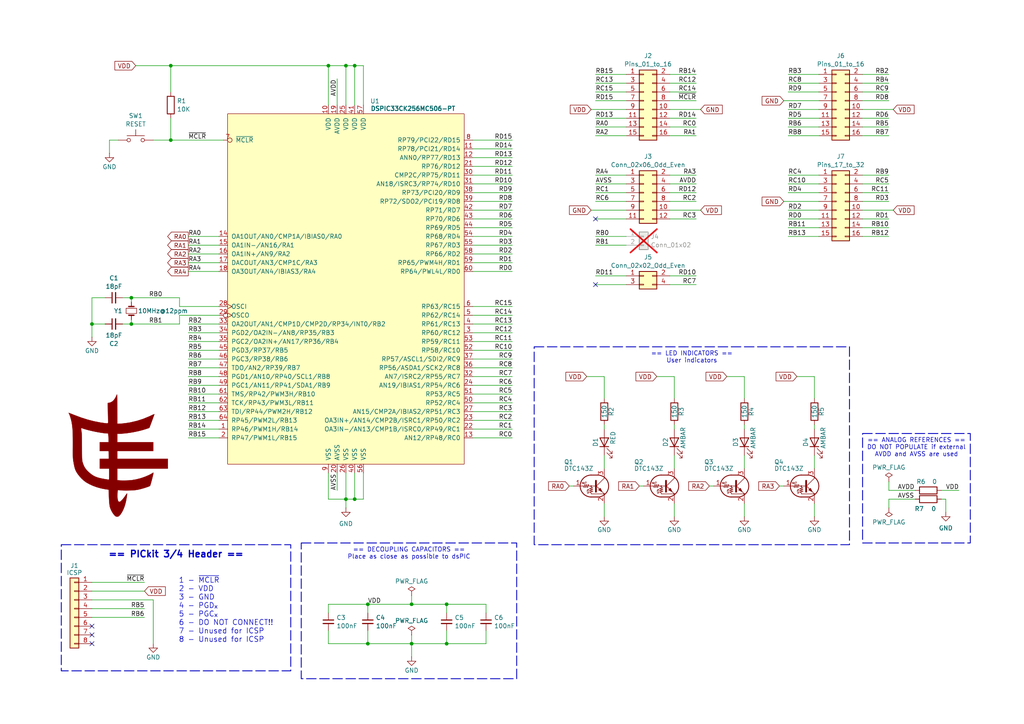
<source format=kicad_sch>
(kicad_sch (version 20231120) (generator "eeschema") (generator_version "8.0")
  (paper "A4")
  (title_block (title "dsPIC33 Breakout Board") (date "2024-08-30") (rev "0.1"))
  (lib_symbols
    (symbol "Connector_Generic:Conn_01x02" (pin_names (offset 1.016) hide)
      (property "Reference" "J" (at 0 2.54 0))
      (property "Value" "Conn_01x02" (at 0 -5.08 0))
      (symbol "Conn_01x02_1_1"
        (pin passive line (at -5.08 0 0) (length 3.81) (name "Pin_1") (number "1"))
        (pin passive line (at -5.08 -2.54 0) (length 3.81) (name "Pin_2") (number "2"))
      )
    )
    (symbol "Connector_Generic:Conn_01x08" (pin_names (offset 1.016) hide)
      (property "Reference" "J" (at 0 10.16 0))
      (property "Value" "Conn_01x08" (at 0 -12.7 0))
      (symbol "Conn_01x08_1_1"
        (pin passive line (at -5.08 7.62 0) (length 3.81) (name "Pin_1") (number "1"))
        (pin passive line (at -5.08 5.08 0) (length 3.81) (name "Pin_2") (number "2"))
        (pin passive line (at -5.08 2.54 0) (length 3.81) (name "Pin_3") (number "3"))
        (pin passive line (at -5.08 0 0) (length 3.81) (name "Pin_4") (number "4"))
        (pin passive line (at -5.08 -2.54 0) (length 3.81) (name "Pin_5") (number "5"))
        (pin passive line (at -5.08 -5.08 0) (length 3.81) (name "Pin_6") (number "6"))
        (pin passive line (at -5.08 -7.62 0) (length 3.81) (name "Pin_7") (number "7"))
        (pin passive line (at -5.08 -10.16 0) (length 3.81) (name "Pin_8") (number "8"))
      )
    )
    (symbol "Connector_Generic:Conn_02x02_Odd_Even" (pin_names (offset 1.016) hide)
      (property "Reference" "J" (at 1.27 2.54 0))
      (property "Value" "Conn_02x02_Odd_Even" (at 1.27 -5.08 0))
      (symbol "Conn_02x02_Odd_Even_1_1"
        (pin passive line (at -5.08 0 0) (length 3.81) (name "Pin_1") (number "1"))
        (pin passive line (at 7.62 0 180) (length 3.81) (name "Pin_2") (number "2"))
        (pin passive line (at -5.08 -2.54 0) (length 3.81) (name "Pin_3") (number "3"))
        (pin passive line (at 7.62 -2.54 180) (length 3.81) (name "Pin_4") (number "4"))
      )
    )
    (symbol "Connector_Generic:Conn_02x06_Odd_Even" (pin_names (offset 1.016) hide)
      (property "Reference" "J" (at 1.27 7.62 0))
      (property "Value" "Conn_02x06_Odd_Even" (at 1.27 -10.16 0))
      (symbol "Conn_02x06_Odd_Even_1_1"
        (pin passive line (at -5.08 5.08 0) (length 3.81) (name "Pin_1") (number "1"))
        (pin passive line (at 7.62 -5.08 180) (length 3.81) (name "Pin_10") (number "10"))
        (pin passive line (at -5.08 -7.62 0) (length 3.81) (name "Pin_11") (number "11"))
        (pin passive line (at 7.62 -7.62 180) (length 3.81) (name "Pin_12") (number "12"))
        (pin passive line (at 7.62 5.08 180) (length 3.81) (name "Pin_2") (number "2"))
        (pin passive line (at -5.08 2.54 0) (length 3.81) (name "Pin_3") (number "3"))
        (pin passive line (at 7.62 2.54 180) (length 3.81) (name "Pin_4") (number "4"))
        (pin passive line (at -5.08 0 0) (length 3.81) (name "Pin_5") (number "5"))
        (pin passive line (at 7.62 0 180) (length 3.81) (name "Pin_6") (number "6"))
        (pin passive line (at -5.08 -2.54 0) (length 3.81) (name "Pin_7") (number "7"))
        (pin passive line (at 7.62 -2.54 180) (length 3.81) (name "Pin_8") (number "8"))
        (pin passive line (at -5.08 -5.08 0) (length 3.81) (name "Pin_9") (number "9"))
      )
    )
    (symbol "Connector_Generic:Conn_02x08_Odd_Even" (pin_names (offset 1.016) hide)
      (property "Reference" "J" (at 1.27 10.16 0))
      (property "Value" "Conn_02x08_Odd_Even" (at 1.27 -12.7 0))
      (symbol "Conn_02x08_Odd_Even_1_1"
        (pin passive line (at -5.08 7.62 0) (length 3.81) (name "Pin_1") (number "1"))
        (pin passive line (at 7.62 -2.54 180) (length 3.81) (name "Pin_10") (number "10"))
        (pin passive line (at -5.08 -5.08 0) (length 3.81) (name "Pin_11") (number "11"))
        (pin passive line (at 7.62 -5.08 180) (length 3.81) (name "Pin_12") (number "12"))
        (pin passive line (at -5.08 -7.62 0) (length 3.81) (name "Pin_13") (number "13"))
        (pin passive line (at 7.62 -7.62 180) (length 3.81) (name "Pin_14") (number "14"))
        (pin passive line (at -5.08 -10.16 0) (length 3.81) (name "Pin_15") (number "15"))
        (pin passive line (at 7.62 -10.16 180) (length 3.81) (name "Pin_16") (number "16"))
        (pin passive line (at 7.62 7.62 180) (length 3.81) (name "Pin_2") (number "2"))
        (pin passive line (at -5.08 5.08 0) (length 3.81) (name "Pin_3") (number "3"))
        (pin passive line (at 7.62 5.08 180) (length 3.81) (name "Pin_4") (number "4"))
        (pin passive line (at -5.08 2.54 0) (length 3.81) (name "Pin_5") (number "5"))
        (pin passive line (at 7.62 2.54 180) (length 3.81) (name "Pin_6") (number "6"))
        (pin passive line (at -5.08 0 0) (length 3.81) (name "Pin_7") (number "7"))
        (pin passive line (at 7.62 0 180) (length 3.81) (name "Pin_8") (number "8"))
        (pin passive line (at -5.08 -2.54 0) (length 3.81) (name "Pin_9") (number "9"))
      )
    )
    (symbol "Device:C_Small" (pin_numbers hide) (pin_names (offset 0.254) hide)
      (property "Reference" "C" (at 0.254 1.778 0))
      (property "Value" "C_Small" (at 0.254 -2.032 0))
      (symbol "C_Small_1_1"
        (pin passive line (at 0 2.54 270) (length 2.032) (name "~") (number "1"))
        (pin passive line (at 0 -2.54 90) (length 2.032) (name "~") (number "2"))
      )
    )
    (symbol "Device:Crystal_Small" (pin_numbers hide) (pin_names (offset 1.016) hide)
      (property "Reference" "Y" (at 0 2.54 0))
      (property "Value" "Crystal_Small" (at 0 -2.54 0))
      (symbol "Crystal_Small_1_1"
        (pin passive line (at -2.54 0 0) (length 1.27) (name "1") (number "1"))
        (pin passive line (at 2.54 0 180) (length 1.27) (name "2") (number "2"))
      )
    )
    (symbol "Device:LED" (pin_numbers hide) (pin_names (offset 1.016) hide)
      (property "Reference" "D" (at 0 2.54 0))
      (property "Value" "LED" (at 0 -2.54 0))
      (symbol "LED_1_1"
        (pin passive line (at -3.81 0 0) (length 2.54) (name "K") (number "1"))
        (pin passive line (at 3.81 0 180) (length 2.54) (name "A") (number "2"))
      )
    )
    (symbol "Device:R" (pin_numbers hide) (pin_names (offset 0))
      (property "Reference" "R" (at 2.032 0 90))
      (property "Value" "R" (at 0 0 90))
      (symbol "R_1_1"
        (pin passive line (at 0 3.81 270) (length 1.27) (name "~") (number "1"))
        (pin passive line (at 0 -3.81 90) (length 1.27) (name "~") (number "2"))
      )
    )
    (symbol "PCM_DSP_Microchip_DSPIC33:DSPIC33CK256MC506-PT" (pin_names (offset 1.016))
      (property "Reference" "U" (at -33.02 52.07 0))
      (property "Value" "DSPIC33CK256MC506-PT" (at 0 2.54 90))
      (symbol "DSPIC33CK256MC506-PT_1_1"
        (pin bidirectional line (at -36.83 -40.64 0) (length 2.54) (name "RP46/PWM1H/RB14") (number "1"))
        (pin power_in line (at -5.08 53.34 270) (length 2.54) (name "VDD") (number "10"))
        (pin bidirectional line (at 36.83 40.64 180) (length 2.54) (name "RP78/PCI21/RD14") (number "11"))
        (pin bidirectional line (at 36.83 38.1 180) (length 2.54) (name "ANN0/RP77/RD13") (number "12"))
        (pin bidirectional line (at 36.83 -43.18 180) (length 2.54) (name "AN12/RP48/RC0") (number "13"))
        (pin bidirectional line (at -36.83 15.24 0) (length 2.54) (name "OA1OUT/AN0/CMP1A/IBIAS0/RA0") (number "14"))
        (pin bidirectional line (at -36.83 12.7 0) (length 2.54) (name "OA1IN-/AN16/RA1") (number "15"))
        (pin bidirectional line (at -36.83 10.16 0) (length 2.54) (name "OA1IN+/AN9/RA2") (number "16"))
        (pin bidirectional line (at -36.83 7.62 0) (length 2.54) (name "DACOUT/AN3/CMP1C/RA3") (number "17"))
        (pin bidirectional line (at -36.83 5.08 0) (length 2.54) (name "OA3OUT/AN4/IBIAS3/RA4") (number "18"))
        (pin power_in line (at -2.54 53.34 270) (length 2.54) (name "AVDD") (number "19"))
        (pin bidirectional line (at -36.83 -43.18 0) (length 2.54) (name "RP47/PWM1L/RB15") (number "2"))
        (pin power_in line (at -2.54 -53.34 90) (length 2.54) (name "AVSS") (number "20"))
        (pin bidirectional line (at 36.83 35.56 180) (length 2.54) (name "RP76/RD12") (number "21"))
        (pin bidirectional line (at 36.83 -40.64 180) (length 2.54) (name "OA3IN-/AN13/CMP1B/ISRC0/RP49/RC1") (number "22"))
        (pin bidirectional line (at 36.83 -38.1 180) (length 2.54) (name "OA3IN+/AN14/CMP2B/ISRC1/RP50/RC2") (number "23"))
        (pin bidirectional line (at 36.83 -27.94 180) (length 2.54) (name "AN19/IBIAS1/RP54/RC6") (number "24"))
        (pin power_in line (at 0 53.34 270) (length 2.54) (name "VDD") (number "25"))
        (pin power_in line (at 0 -53.34 90) (length 2.54) (name "VSS") (number "26"))
        (pin bidirectional line (at 36.83 -35.56 180) (length 2.54) (name "AN15/CMP2A/IBIAS2/RP51/RC3") (number "27"))
        (pin bidirectional line (at -36.83 -5.08 0) (length 2.54) (name "CLKI/AN5/RP32/RB0") (number "28") (alternate "OSCI" bidirectional clock))
        (pin bidirectional line (at -36.83 -7.62 0) (length 2.54) (name "CLKO/AN6/RP33/RB1") (number "29") (alternate "OSCO" bidirectional inverted_clock))
        (pin bidirectional line (at 36.83 -12.7 180) (length 2.54) (name "RP60/RC12") (number "3"))
        (pin bidirectional line (at 36.83 33.02 180) (length 2.54) (name "CMP2C/RP75/RD11") (number "30"))
        (pin bidirectional line (at 36.83 30.48 180) (length 2.54) (name "AN18/ISRC3/RP74/RD10") (number "31"))
        (pin bidirectional line (at 36.83 -25.4 180) (length 2.54) (name "AN7/ISRC2/RP55/RC7") (number "32"))
        (pin bidirectional line (at -36.83 -10.16 0) (length 2.54) (name "OA2OUT/AN1/CMP1D/CMP2D/RP34/INT0/RB2") (number "33"))
        (pin bidirectional line (at -36.83 -12.7 0) (length 2.54) (name "PGD2/OA2IN-/AN8/RP35/RB3") (number "34"))
        (pin bidirectional line (at -36.83 -15.24 0) (length 2.54) (name "PGC2/OA2IN+/AN17/RP36/RB4") (number "35"))
        (pin bidirectional line (at 36.83 -22.86 180) (length 2.54) (name "RP56/ASDA1/SCK2/RC8") (number "36"))
        (pin bidirectional line (at 36.83 -20.32 180) (length 2.54) (name "RP57/ASCL1/SDI2/RC9") (number "37"))
        (pin bidirectional line (at 36.83 27.94 180) (length 2.54) (name "RP73/PCI20/RD9") (number "38"))
        (pin bidirectional line (at 36.83 25.4 180) (length 2.54) (name "RP72/SDO2/PCI19/RD8") (number "39"))
        (pin bidirectional line (at 36.83 -10.16 180) (length 2.54) (name "RP61/RC13") (number "4"))
        (pin power_in line (at 2.54 -53.34 90) (length 2.54) (name "VSS") (number "40"))
        (pin power_in line (at 2.54 53.34 270) (length 2.54) (name "VDD") (number "41"))
        (pin bidirectional line (at 36.83 22.86 180) (length 2.54) (name "RP71/RD7") (number "42"))
        (pin bidirectional line (at 36.83 20.32 180) (length 2.54) (name "RP70/RD6") (number "43"))
        (pin bidirectional line (at 36.83 17.78 180) (length 2.54) (name "RP69/RD5") (number "44"))
        (pin bidirectional line (at -36.83 -17.78 0) (length 2.54) (name "PGD3/RP37/RB5") (number "45"))
        (pin bidirectional line (at -36.83 -20.32 0) (length 2.54) (name "PGC3/RP38/RB6") (number "46"))
        (pin bidirectional line (at -36.83 -22.86 0) (length 2.54) (name "TDO/AN2/RP39/RB7") (number "47"))
        (pin bidirectional line (at -36.83 -25.4 0) (length 2.54) (name "PGD1/AN10/RP40/SCL1/RB8") (number "48"))
        (pin bidirectional line (at -36.83 -27.94 0) (length 2.54) (name "PGC1/AN11/RP41/SDA1/RB9") (number "49"))
        (pin bidirectional line (at 36.83 -7.62 180) (length 2.54) (name "RP62/RC14") (number "5"))
        (pin bidirectional line (at 36.83 -33.02 180) (length 2.54) (name "RP52/RC4") (number "50"))
        (pin bidirectional line (at 36.83 -30.48 180) (length 2.54) (name "RP53/RC5") (number "51"))
        (pin bidirectional line (at 36.83 -17.78 180) (length 2.54) (name "RP58/RC10") (number "52"))
        (pin bidirectional line (at 36.83 -15.24 180) (length 2.54) (name "RP59/RC11") (number "53"))
        (pin bidirectional line (at 36.83 15.24 180) (length 2.54) (name "RP68/RD4") (number "54"))
        (pin bidirectional line (at 36.83 12.7 180) (length 2.54) (name "RP67/RD3") (number "55"))
        (pin power_in line (at 5.08 -53.34 90) (length 2.54) (name "VSS") (number "56"))
        (pin power_in line (at 5.08 53.34 270) (length 2.54) (name "VDD") (number "57"))
        (pin bidirectional line (at 36.83 10.16 180) (length 2.54) (name "RP66/RD2") (number "58"))
        (pin bidirectional line (at 36.83 7.62 180) (length 2.54) (name "RP65/PWM4H/RD1") (number "59"))
        (pin bidirectional line (at 36.83 -5.08 180) (length 2.54) (name "RP63/RC15") (number "6"))
        (pin bidirectional line (at 36.83 5.08 180) (length 2.54) (name "RP64/PWL4L/RD0") (number "60"))
        (pin bidirectional line (at -36.83 -30.48 0) (length 2.54) (name "TMS/RP42/PWM3H/RB10") (number "61"))
        (pin bidirectional line (at -36.83 -33.02 0) (length 2.54) (name "TCK/RP43/PWM3L/RB11") (number "62"))
        (pin bidirectional line (at -36.83 -35.56 0) (length 2.54) (name "TDI/RP44/PWM2H/RB12") (number "63"))
        (pin bidirectional line (at -36.83 -38.1 0) (length 2.54) (name "RP45/PWM2L/RB13") (number "64"))
        (pin input inverted (at -35.56 43.18 0) (length 2.54) (name "~{MCLR}") (number "7"))
        (pin bidirectional line (at 36.83 43.18 180) (length 2.54) (name "RP79/PCI22/RD15") (number "8"))
        (pin power_in line (at -5.08 -53.34 90) (length 2.54) (name "VSS") (number "9"))
      )
    )
    (symbol "PCM_MaLo:LOGO" (pin_names (offset 1.016)))
    (symbol "Switch:SW_Push" (pin_numbers hide) (pin_names (offset 1.016) hide)
      (property "Reference" "SW" (at 1.27 2.54 0))
      (property "Value" "SW_Push" (at 0 -1.524 0))
      (symbol "SW_Push_0_1"
        (pin passive line (at -5.08 0 0) (length 2.54) (name "1") (number "1"))
        (pin passive line (at 5.08 0 180) (length 2.54) (name "2") (number "2"))
      )
    )
    (symbol "Transistor_BJT:DTC143Z" (pin_names (offset 0) hide)
      (property "Reference" "Q" (at 5.08 1.905 0))
      (property "Value" "DTC143Z" (at 5.08 0 0))
      (symbol "DTC143Z_0_0"
        (text "47k" (at -2.159 -1.524 900) (effects (font (size 0.508 0.508))))
        (text "4k7" (at -3.302 0.889 0) (effects (font (size 0.508 0.508))))
      )
      (symbol "DTC143Z_1_1"
        (pin input line (at -6.35 0 0) (length 2.54) (name "B") (number "1"))
        (pin passive line (at 2.54 -5.08 90) (length 2.54) (name "E") (number "2"))
        (pin passive line (at 2.54 5.08 270) (length 2.54) (name "C") (number "3"))
      )
    )
    (symbol "power:GND" (power) (pin_numbers hide) (pin_names (offset 0) hide)
      (property "Value" "GND" (at 0 -3.81 0))
      (symbol "GND_1_1"
        (pin power_in line (at 0 0 270) (length 0) (name "~") (number "1"))
      )
    )
    (symbol "power:PWR_FLAG" (power) (pin_numbers hide) (pin_names (offset 0) hide)
      (property "Value" "PWR_FLAG" (at 0 3.81 0))
      (symbol "PWR_FLAG_0_0"
        (pin power_out line (at 0 0 90) (length 0) (name "~") (number "1"))
      )
    )
  )
  (bus_alias "I2C" (members "SDA" "SCL"))
  (junction (at 38.1 93.98))
  (junction (at 100.33 144.78))
  (junction (at 100.33 19.05))
  (junction (at 102.87 19.05))
  (junction (at 129.54 186.69))
  (junction (at 49.53 40.64))
  (junction (at 38.1 86.36))
  (junction (at 95.25 19.05))
  (junction (at 129.54 175.26))
  (junction (at 102.87 144.78))
  (junction (at 49.53 19.05))
  (junction (at 26.67 93.98))
  (junction (at 106.68 175.26))
  (junction (at 119.38 186.69))
  (junction (at 106.68 186.69))
  (junction (at 119.38 175.26))
  (no_connect (at 26.67 186.69))
  (no_connect (at 26.67 181.61))
  (no_connect (at 172.72 63.5))
  (no_connect (at 26.67 184.15))
  (no_connect (at 172.72 82.55))
  (wire (pts (xy 175.26 146.05) (xy 175.26 149.86)))
  (wire (pts (xy 194.31 53.34) (xy 201.93 53.34)))
  (wire (pts (xy 102.87 144.78) (xy 100.33 144.78)))
  (wire (pts (xy 228.6 24.13) (xy 237.49 24.13)))
  (wire (pts (xy 140.97 175.26) (xy 140.97 177.8)))
  (wire (pts (xy 54.61 111.76) (xy 63.5 111.76)))
  (wire (pts (xy 119.38 172.72) (xy 119.38 175.26)))
  (wire (pts (xy 250.19 24.13) (xy 257.81 24.13)))
  (wire (pts (xy 35.56 86.36) (xy 38.1 86.36)))
  (wire (pts (xy 215.9 146.05) (xy 215.9 149.86)))
  (wire (pts (xy 195.58 123.19) (xy 195.58 124.46)))
  (wire (pts (xy 172.72 71.12) (xy 181.61 71.12)))
  (wire (pts (xy 172.72 34.29) (xy 181.61 34.29)))
  (wire (pts (xy 97.79 137.16) (xy 97.79 142.24)))
  (wire (pts (xy 194.31 82.55) (xy 201.93 82.55)))
  (wire (pts (xy 137.16 109.22) (xy 148.59 109.22)))
  (wire (pts (xy 54.61 109.22) (xy 63.5 109.22)))
  (wire (pts (xy 175.26 109.22) (xy 175.26 115.57)))
  (wire (pts (xy 250.19 68.58) (xy 257.81 68.58)))
  (wire (pts (xy 119.38 186.69) (xy 119.38 190.5)))
  (wire (pts (xy 26.67 179.07) (xy 41.91 179.07)))
  (wire (pts (xy 137.16 93.98) (xy 148.59 93.98)))
  (wire (pts (xy 257.81 142.24) (xy 265.43 142.24)))
  (wire (pts (xy 165.1 140.97) (xy 166.37 140.97)))
  (wire (pts (xy 26.67 86.36) (xy 30.48 86.36)))
  (wire (pts (xy 190.5 109.22) (xy 195.58 109.22)))
  (wire (pts (xy 129.54 175.26) (xy 129.54 177.8)))
  (wire (pts (xy 106.68 182.88) (xy 106.68 186.69)))
  (wire (pts (xy 250.19 36.83) (xy 257.81 36.83)))
  (wire (pts (xy 273.05 144.78) (xy 274.32 144.78)))
  (wire (pts (xy 137.16 96.52) (xy 148.59 96.52)))
  (wire (pts (xy 137.16 66.04) (xy 148.59 66.04)))
  (wire (pts (xy 172.72 68.58) (xy 181.61 68.58)))
  (wire (pts (xy 137.16 73.66) (xy 148.59 73.66)))
  (wire (pts (xy 54.61 99.06) (xy 63.5 99.06)))
  (wire (pts (xy 215.9 132.08) (xy 215.9 135.89)))
  (wire (pts (xy 54.61 114.3) (xy 63.5 114.3)))
  (wire (pts (xy 26.67 176.53) (xy 41.91 176.53)))
  (wire (pts (xy 129.54 182.88) (xy 129.54 186.69)))
  (wire (pts (xy 35.56 93.98) (xy 38.1 93.98)))
  (wire (pts (xy 54.61 96.52) (xy 63.5 96.52)))
  (wire (pts (xy 49.53 19.05) (xy 49.53 26.67)))
  (wire (pts (xy 95.25 144.78) (xy 100.33 144.78)))
  (wire (pts (xy 54.61 106.68) (xy 63.5 106.68)))
  (wire (pts (xy 195.58 132.08) (xy 195.58 135.89)))
  (wire (pts (xy 172.72 80.01) (xy 181.61 80.01)))
  (wire (pts (xy 38.1 93.98) (xy 52.07 93.98)))
  (wire (pts (xy 44.45 40.64) (xy 49.53 40.64)))
  (wire (pts (xy 26.67 168.91) (xy 41.91 168.91)))
  (wire (pts (xy 54.61 116.84) (xy 63.5 116.84)))
  (wire (pts (xy 54.61 104.14) (xy 63.5 104.14)))
  (wire (pts (xy 137.16 63.5) (xy 148.59 63.5)))
  (wire (pts (xy 250.19 29.21) (xy 257.81 29.21)))
  (wire (pts (xy 194.31 34.29) (xy 201.93 34.29)))
  (wire (pts (xy 44.45 173.99) (xy 44.45 186.69)))
  (wire (pts (xy 250.19 31.75) (xy 259.08 31.75)))
  (wire (pts (xy 236.22 146.05) (xy 236.22 149.86)))
  (wire (pts (xy 105.41 19.05) (xy 105.41 30.48)))
  (wire (pts (xy 210.82 109.22) (xy 215.9 109.22)))
  (wire (pts (xy 106.68 175.26) (xy 106.68 177.8)))
  (wire (pts (xy 172.72 53.34) (xy 181.61 53.34)))
  (wire (pts (xy 194.31 55.88) (xy 201.93 55.88)))
  (wire (pts (xy 175.26 123.19) (xy 175.26 124.46)))
  (wire (pts (xy 95.25 175.26) (xy 95.25 177.8)))
  (wire (pts (xy 54.61 78.74) (xy 63.5 78.74)))
  (wire (pts (xy 172.72 24.13) (xy 181.61 24.13)))
  (wire (pts (xy 38.1 86.36) (xy 38.1 87.63)))
  (wire (pts (xy 137.16 101.6) (xy 148.59 101.6)))
  (wire (pts (xy 26.67 86.36) (xy 26.67 93.98)))
  (wire (pts (xy 137.16 55.88) (xy 148.59 55.88)))
  (wire (pts (xy 171.45 31.75) (xy 181.61 31.75)))
  (wire (pts (xy 273.05 142.24) (xy 278.13 142.24)))
  (wire (pts (xy 215.9 109.22) (xy 215.9 115.57)))
  (wire (pts (xy 137.16 78.74) (xy 148.59 78.74)))
  (wire (pts (xy 137.16 40.64) (xy 148.59 40.64)))
  (wire (pts (xy 228.6 68.58) (xy 237.49 68.58)))
  (wire (pts (xy 250.19 34.29) (xy 257.81 34.29)))
  (wire (pts (xy 228.6 26.67) (xy 237.49 26.67)))
  (wire (pts (xy 205.74 140.97) (xy 207.01 140.97)))
  (wire (pts (xy 257.81 139.7) (xy 257.81 142.24)))
  (wire (pts (xy 140.97 186.69) (xy 140.97 182.88)))
  (wire (pts (xy 228.6 21.59) (xy 237.49 21.59)))
  (wire (pts (xy 95.25 137.16) (xy 95.25 144.78)))
  (wire (pts (xy 137.16 111.76) (xy 148.59 111.76)))
  (wire (pts (xy 137.16 60.96) (xy 148.59 60.96)))
  (wire (pts (xy 119.38 184.15) (xy 119.38 186.69)))
  (wire (pts (xy 227.33 29.21) (xy 237.49 29.21)))
  (wire (pts (xy 95.25 19.05) (xy 100.33 19.05)))
  (wire (pts (xy 172.72 63.5) (xy 181.61 63.5)))
  (wire (pts (xy 39.37 19.05) (xy 49.53 19.05)))
  (wire (pts (xy 54.61 93.98) (xy 63.5 93.98)))
  (wire (pts (xy 172.72 55.88) (xy 181.61 55.88)))
  (wire (pts (xy 137.16 68.58) (xy 148.59 68.58)))
  (wire (pts (xy 194.31 24.13) (xy 201.93 24.13)))
  (wire (pts (xy 250.19 58.42) (xy 257.81 58.42)))
  (wire (pts (xy 54.61 127) (xy 63.5 127)))
  (wire (pts (xy 175.26 132.08) (xy 175.26 135.89)))
  (wire (pts (xy 250.19 55.88) (xy 257.81 55.88)))
  (wire (pts (xy 26.67 93.98) (xy 26.67 97.79)))
  (wire (pts (xy 137.16 121.92) (xy 148.59 121.92)))
  (wire (pts (xy 215.9 123.19) (xy 215.9 124.46)))
  (wire (pts (xy 54.61 124.46) (xy 63.5 124.46)))
  (wire (pts (xy 26.67 173.99) (xy 44.45 173.99)))
  (wire (pts (xy 137.16 53.34) (xy 148.59 53.34)))
  (wire (pts (xy 137.16 106.68) (xy 148.59 106.68)))
  (wire (pts (xy 228.6 55.88) (xy 237.49 55.88)))
  (wire (pts (xy 54.61 101.6) (xy 63.5 101.6)))
  (wire (pts (xy 170.18 109.22) (xy 175.26 109.22)))
  (wire (pts (xy 194.31 60.96) (xy 203.2 60.96)))
  (wire (pts (xy 95.25 19.05) (xy 95.25 30.48)))
  (wire (pts (xy 228.6 60.96) (xy 237.49 60.96)))
  (wire (pts (xy 194.31 21.59) (xy 201.93 21.59)))
  (wire (pts (xy 195.58 146.05) (xy 195.58 149.86)))
  (wire (pts (xy 236.22 109.22) (xy 236.22 115.57)))
  (wire (pts (xy 38.1 86.36) (xy 52.07 86.36)))
  (wire (pts (xy 185.42 140.97) (xy 186.69 140.97)))
  (wire (pts (xy 194.31 50.8) (xy 201.93 50.8)))
  (wire (pts (xy 257.81 144.78) (xy 257.81 147.32)))
  (wire (pts (xy 250.19 60.96) (xy 259.08 60.96)))
  (wire (pts (xy 129.54 186.69) (xy 140.97 186.69)))
  (wire (pts (xy 119.38 186.69) (xy 129.54 186.69)))
  (wire (pts (xy 95.25 182.88) (xy 95.25 186.69)))
  (wire (pts (xy 172.72 58.42) (xy 181.61 58.42)))
  (wire (pts (xy 194.31 80.01) (xy 201.93 80.01)))
  (wire (pts (xy 172.72 82.55) (xy 181.61 82.55)))
  (wire (pts (xy 100.33 144.78) (xy 100.33 147.32)))
  (wire (pts (xy 137.16 45.72) (xy 148.59 45.72)))
  (wire (pts (xy 194.31 58.42) (xy 201.93 58.42)))
  (wire (pts (xy 38.1 93.98) (xy 38.1 92.71)))
  (wire (pts (xy 137.16 50.8) (xy 148.59 50.8)))
  (wire (pts (xy 194.31 39.37) (xy 201.93 39.37)))
  (wire (pts (xy 137.16 71.12) (xy 148.59 71.12)))
  (wire (pts (xy 54.61 121.92) (xy 63.5 121.92)))
  (wire (pts (xy 34.29 40.64) (xy 31.75 40.64)))
  (wire (pts (xy 171.45 60.96) (xy 181.61 60.96)))
  (wire (pts (xy 26.67 171.45) (xy 41.91 171.45)))
  (wire (pts (xy 236.22 123.19) (xy 236.22 124.46)))
  (wire (pts (xy 137.16 119.38) (xy 148.59 119.38)))
  (wire (pts (xy 172.72 26.67) (xy 181.61 26.67)))
  (wire (pts (xy 137.16 91.44) (xy 148.59 91.44)))
  (wire (pts (xy 194.31 26.67) (xy 201.93 26.67)))
  (wire (pts (xy 26.67 93.98) (xy 30.48 93.98)))
  (wire (pts (xy 228.6 63.5) (xy 237.49 63.5)))
  (wire (pts (xy 137.16 127) (xy 148.59 127)))
  (wire (pts (xy 257.81 144.78) (xy 265.43 144.78)))
  (wire (pts (xy 228.6 53.34) (xy 237.49 53.34)))
  (wire (pts (xy 137.16 114.3) (xy 148.59 114.3)))
  (wire (pts (xy 194.31 29.21) (xy 201.93 29.21)))
  (wire (pts (xy 100.33 137.16) (xy 100.33 144.78)))
  (wire (pts (xy 228.6 31.75) (xy 237.49 31.75)))
  (wire (pts (xy 227.33 58.42) (xy 237.49 58.42)))
  (wire (pts (xy 137.16 124.46) (xy 148.59 124.46)))
  (wire (pts (xy 137.16 99.06) (xy 148.59 99.06)))
  (wire (pts (xy 106.68 186.69) (xy 119.38 186.69)))
  (wire (pts (xy 54.61 119.38) (xy 63.5 119.38)))
  (wire (pts (xy 100.33 19.05) (xy 102.87 19.05)))
  (wire (pts (xy 105.41 144.78) (xy 102.87 144.78)))
  (wire (pts (xy 228.6 39.37) (xy 237.49 39.37)))
  (wire (pts (xy 129.54 175.26) (xy 140.97 175.26)))
  (wire (pts (xy 54.61 76.2) (xy 63.5 76.2)))
  (wire (pts (xy 102.87 19.05) (xy 102.87 30.48)))
  (wire (pts (xy 95.25 19.05) (xy 49.53 19.05)))
  (wire (pts (xy 250.19 66.04) (xy 257.81 66.04)))
  (wire (pts (xy 231.14 109.22) (xy 236.22 109.22)))
  (wire (pts (xy 54.61 73.66) (xy 63.5 73.66)))
  (wire (pts (xy 119.38 175.26) (xy 129.54 175.26)))
  (wire (pts (xy 228.6 50.8) (xy 237.49 50.8)))
  (wire (pts (xy 228.6 36.83) (xy 237.49 36.83)))
  (wire (pts (xy 172.72 21.59) (xy 181.61 21.59)))
  (wire (pts (xy 228.6 34.29) (xy 237.49 34.29)))
  (wire (pts (xy 31.75 40.64) (xy 31.75 44.45)))
  (wire (pts (xy 105.41 137.16) (xy 105.41 144.78)))
  (wire (pts (xy 137.16 58.42) (xy 148.59 58.42)))
  (wire (pts (xy 95.25 186.69) (xy 106.68 186.69)))
  (wire (pts (xy 49.53 34.29) (xy 49.53 40.64)))
  (wire (pts (xy 97.79 22.86) (xy 97.79 30.48)))
  (wire (pts (xy 137.16 76.2) (xy 148.59 76.2)))
  (wire (pts (xy 100.33 19.05) (xy 100.33 30.48)))
  (wire (pts (xy 274.32 144.78) (xy 274.32 148.59)))
  (wire (pts (xy 52.07 91.44) (xy 63.5 91.44)))
  (wire (pts (xy 52.07 88.9) (xy 63.5 88.9)))
  (wire (pts (xy 228.6 66.04) (xy 237.49 66.04)))
  (wire (pts (xy 250.19 39.37) (xy 257.81 39.37)))
  (wire (pts (xy 95.25 175.26) (xy 106.68 175.26)))
  (wire (pts (xy 137.16 116.84) (xy 148.59 116.84)))
  (wire (pts (xy 250.19 50.8) (xy 257.81 50.8)))
  (wire (pts (xy 137.16 48.26) (xy 148.59 48.26)))
  (wire (pts (xy 194.31 31.75) (xy 203.2 31.75)))
  (wire (pts (xy 250.19 21.59) (xy 257.81 21.59)))
  (wire (pts (xy 102.87 19.05) (xy 105.41 19.05)))
  (wire (pts (xy 137.16 104.14) (xy 148.59 104.14)))
  (wire (pts (xy 236.22 132.08) (xy 236.22 135.89)))
  (wire (pts (xy 102.87 137.16) (xy 102.87 144.78)))
  (wire (pts (xy 250.19 26.67) (xy 257.81 26.67)))
  (wire (pts (xy 172.72 50.8) (xy 181.61 50.8)))
  (wire (pts (xy 195.58 109.22) (xy 195.58 115.57)))
  (wire (pts (xy 250.19 53.34) (xy 257.81 53.34)))
  (wire (pts (xy 194.31 63.5) (xy 201.93 63.5)))
  (wire (pts (xy 250.19 63.5) (xy 257.81 63.5)))
  (wire (pts (xy 226.06 140.97) (xy 227.33 140.97)))
  (wire (pts (xy 137.16 88.9) (xy 148.59 88.9)))
  (wire (pts (xy 172.72 36.83) (xy 181.61 36.83)))
  (wire (pts (xy 172.72 29.21) (xy 181.61 29.21)))
  (wire (pts (xy 54.61 68.58) (xy 63.5 68.58)))
  (wire (pts (xy 194.31 36.83) (xy 201.93 36.83)))
  (wire (pts (xy 52.07 86.36) (xy 52.07 88.9)))
  (wire (pts (xy 52.07 93.98) (xy 52.07 91.44)))
  (wire (pts (xy 54.61 71.12) (xy 63.5 71.12)))
  (wire (pts (xy 172.72 39.37) (xy 181.61 39.37)))
  (wire (pts (xy 137.16 43.18) (xy 148.59 43.18)))
  (wire (pts (xy 106.68 175.26) (xy 119.38 175.26)))
  (wire (pts (xy 49.53 40.64) (xy 64.77 40.64)))
  (text_box "== LED INDICATORS ==\nUser indicators" (at 154.94 100.584 0) (size 91.44 57.404) (stroke (width 0.254) (type dash)) (effects (font (size 1.27 1.27)) (justify top)))
  (text_box "== PICkit 3/4 Header ==" (at 17.78 157.988 0) (size 66.548 36.576) (stroke (width 0.254) (type dash)) (effects (font (size 1.905 1.905) (thickness 0.381) (bold yes)) (justify top)))
  (text_box "== DECOUPLING CAPACITORS ==\nPlace as close as possible to dsPIC" (at 87.376 157.48 0) (size 62.484 39.37) (stroke (width 0.254) (type dash)) (effects (font (size 1.27 1.27)) (justify top)))
  (text_box "== ANALOG REFERENCES ==\nDO NOT POPULATE if external\nAVDD and AVSS are used" (at 250.19 125.73 0) (size 31.242 31.75) (stroke (width 0.254) (type dash)) (effects (font (size 1.27 1.27)) (justify top)))
  (text "1 - ~{MCLR}\n2 - VDD\n3 - GND\n4 - PGD_{x}\n5 - PGC_{x}\n6 - DO NOT CONNECT!!\n7 - Unused for ICSP\n8 - Unused for ICSP" (at 51.816 177.038 0) (effects (font (size 1.524 1.524)) (justify left)))
  (label "RD8" (at 148.59 58.42 180))
  (label "RC11" (at 148.59 99.06 180))
  (label "RB5" (at 41.91 176.53 180))
  (label "VDD" (at 106.68 175.26 0))
  (label "RB8" (at 54.61 109.22 0))
  (label "RC3" (at 148.59 119.38 180))
  (label "~{MCLR}" (at 41.91 168.91 180))
  (label "RD3" (at 148.59 71.12 180))
  (label "RB14" (at 201.93 21.59 180))
  (label "RB6" (at 41.91 179.07 180))
  (label "RD10" (at 148.59 53.34 180))
  (label "RD11" (at 172.72 80.01 0))
  (label "RC7" (at 148.59 109.22 180))
  (label "RC15" (at 172.72 26.67 0))
  (label "RB5" (at 257.81 36.83 180))
  (label "RA0" (at 172.72 36.83 0))
  (label "RB2" (at 257.81 21.59 180))
  (label "RB11" (at 228.6 66.04 0))
  (label "RC6" (at 172.72 58.42 0))
  (label "RD5" (at 228.6 34.29 0))
  (label "RB13" (at 54.61 121.92 0))
  (label "RA4" (at 54.61 78.74 0))
  (label "RD8" (at 257.81 29.21 180))
  (label "RC12" (at 201.93 24.13 180))
  (label "RD2" (at 148.59 73.66 180))
  (label "RB3" (at 228.6 21.59 0))
  (label "RB15" (at 172.72 21.59 0))
  (label "AVDD" (at 97.79 27.94 90))
  (label "RB2" (at 54.61 93.98 0))
  (label "RB12" (at 257.81 68.58 180))
  (label "RC5" (at 257.81 53.34 180))
  (label "RD14" (at 148.59 43.18 180))
  (label "RC13" (at 172.72 24.13 0))
  (label "RB10" (at 54.61 114.3 0))
  (label "RD15" (at 148.59 40.64 180))
  (label "RC10" (at 148.59 101.6 180))
  (label "RD10" (at 201.93 80.01 180))
  (label "RD3" (at 257.81 58.42 180))
  (label "~{MCLR}" (at 201.93 29.21 180))
  (label "RB7" (at 54.61 106.68 0))
  (label "RD6" (at 148.59 63.5 180))
  (label "AVDD" (at 260.35 142.24 0))
  (label "RC5" (at 148.59 114.3 180))
  (label "RD2" (at 228.6 60.96 0))
  (label "RB5" (at 54.61 101.6 0))
  (label "RB8" (at 228.6 39.37 0))
  (label "RA2" (at 172.72 39.37 0))
  (label "RC12" (at 148.59 96.52 180))
  (label "RD11" (at 148.59 50.8 180))
  (label "RC4" (at 228.6 50.8 0))
  (label "AVSS" (at 97.79 142.24 90))
  (label "RB10" (at 257.81 66.04 180))
  (label "RD9" (at 148.59 55.88 180))
  (label "VDD" (at 278.13 142.24 180))
  (label "RD9" (at 228.6 26.67 0))
  (label "RB4" (at 257.81 24.13 180))
  (label "RD0" (at 228.6 63.5 0))
  (label "RB9" (at 54.61 111.76 0))
  (label "RC6" (at 148.59 111.76 180))
  (label "RA2" (at 54.61 73.66 0))
  (label "RD7" (at 228.6 31.75 0))
  (label "RB3" (at 54.61 96.52 0))
  (label "RB6" (at 54.61 104.14 0))
  (label "RC2" (at 148.59 121.92 180))
  (label "RC1" (at 148.59 124.46 180))
  (label "RB12" (at 54.61 119.38 0))
  (label "RC14" (at 201.93 26.67 180))
  (label "RD7" (at 148.59 60.96 180))
  (label "~{MCLR}" (at 54.61 40.64 0))
  (label "RB9" (at 257.81 50.8 180))
  (label "RD5" (at 148.59 66.04 180))
  (label "RD0" (at 148.59 78.74 180))
  (label "RC0" (at 148.59 127 180))
  (label "RD1" (at 257.81 63.5 180))
  (label "RC3" (at 201.93 63.5 180))
  (label "RC8" (at 228.6 24.13 0))
  (label "AVSS" (at 260.35 144.78 0))
  (label "RA0" (at 54.61 68.58 0))
  (label "RA1" (at 201.93 39.37 180))
  (label "RB1" (at 43.18 93.98 0))
  (label "RC14" (at 148.59 91.44 180))
  (label "RD15" (at 172.72 29.21 0))
  (label "RC11" (at 257.81 55.88 180))
  (label "RB4" (at 54.61 99.06 0))
  (label "RB7" (at 257.81 39.37 180))
  (label "RD4" (at 148.59 68.58 180))
  (label "AVDD" (at 201.93 53.34 180))
  (label "RB11" (at 54.61 116.84 0))
  (label "RB0" (at 43.18 86.36 0))
  (label "RC15" (at 148.59 88.9 180))
  (label "RC7" (at 201.93 82.55 180))
  (label "RC10" (at 228.6 53.34 0))
  (label "RC2" (at 201.93 58.42 180))
  (label "RA3" (at 54.61 76.2 0))
  (label "RD6" (at 257.81 34.29 180))
  (label "RD1" (at 148.59 76.2 180))
  (label "RD14" (at 201.93 34.29 180))
  (label "RA1" (at 54.61 71.12 0))
  (label "RC9" (at 148.59 104.14 180))
  (label "RD4" (at 228.6 55.88 0))
  (label "RA4" (at 172.72 50.8 0))
  (label "RB15" (at 54.61 127 0))
  (label "RB1" (at 172.72 71.12 0))
  (label "RC0" (at 201.93 36.83 180))
  (label "RD13" (at 148.59 45.72 180))
  (label "RB6" (at 228.6 36.83 0))
  (label "RD12" (at 201.93 55.88 180))
  (label "RD12" (at 148.59 48.26 180))
  (label "RC13" (at 148.59 93.98 180))
  (label "RB14" (at 54.61 124.46 0))
  (label "RC8" (at 148.59 106.68 180))
  (label "RC9" (at 257.81 26.67 180))
  (label "RA3" (at 201.93 50.8 180))
  (label "RB13" (at 228.6 68.58 0))
  (label "AVSS" (at 172.72 53.34 0))
  (label "RD13" (at 172.72 34.29 0))
  (label "RB0" (at 172.72 68.58 0))
  (label "RC1" (at 172.72 55.88 0))
  (label "RC4" (at 148.59 116.84 180))
  (global_label "VDD" (shape input) (at 171.45 31.75 180) (property "Intersheetrefs" "${INTERSHEET_REFS}" (effects (hide yes))))
  (global_label "VDD" (shape input) (at 231.14 109.22 180) (property "Intersheetrefs" "${INTERSHEET_REFS}" (effects (hide yes))))
  (global_label "VDD" (shape input) (at 170.18 109.22 180) (property "Intersheetrefs" "${INTERSHEET_REFS}" (effects (hide yes))))
  (global_label "VDD" (shape input) (at 259.08 31.75 0) (property "Intersheetrefs" "${INTERSHEET_REFS}" (effects (hide yes))))
  (global_label "GND" (shape input) (at 227.33 58.42 180) (property "Intersheetrefs" "${INTERSHEET_REFS}" (effects (hide yes))))
  (global_label "VDD" (shape input) (at 39.37 19.05 180) (property "Intersheetrefs" "${INTERSHEET_REFS}" (effects (hide yes))))
  (global_label "VDD" (shape input) (at 203.2 60.96 0) (property "Intersheetrefs" "${INTERSHEET_REFS}" (effects (hide yes))))
  (global_label "RA1" (shape output) (at 54.61 71.12 180) (property "Intersheetrefs" "${INTERSHEET_REFS}" (effects (hide yes))))
  (global_label "RA0" (shape input) (at 165.1 140.97 180) (property "Intersheetrefs" "${INTERSHEET_REFS}" (effects (hide yes))))
  (global_label "RA2" (shape output) (at 54.61 73.66 180) (property "Intersheetrefs" "${INTERSHEET_REFS}" (effects (hide yes))))
  (global_label "VDD" (shape input) (at 190.5 109.22 180) (property "Intersheetrefs" "${INTERSHEET_REFS}" (effects (hide yes))))
  (global_label "GND" (shape input) (at 227.33 29.21 180) (property "Intersheetrefs" "${INTERSHEET_REFS}" (effects (hide yes))))
  (global_label "VDD" (shape input) (at 41.91 171.45 0) (property "Intersheetrefs" "${INTERSHEET_REFS}" (effects (hide yes))))
  (global_label "GND" (shape input) (at 171.45 60.96 180) (property "Intersheetrefs" "${INTERSHEET_REFS}" (effects (hide yes))))
  (global_label "GND" (shape input) (at 203.2 31.75 0) (property "Intersheetrefs" "${INTERSHEET_REFS}" (effects (hide yes))))
  (global_label "RA4" (shape output) (at 54.61 78.74 180) (property "Intersheetrefs" "${INTERSHEET_REFS}" (effects (hide yes))))
  (global_label "VDD" (shape input) (at 259.08 60.96 0) (property "Intersheetrefs" "${INTERSHEET_REFS}" (effects (hide yes))))
  (global_label "RA3" (shape input) (at 226.06 140.97 180) (property "Intersheetrefs" "${INTERSHEET_REFS}" (effects (hide yes))))
  (global_label "RA2" (shape input) (at 205.74 140.97 180) (property "Intersheetrefs" "${INTERSHEET_REFS}" (effects (hide yes))))
  (global_label "RA0" (shape output) (at 54.61 68.58 180) (property "Intersheetrefs" "${INTERSHEET_REFS}" (effects (hide yes))))
  (global_label "VDD" (shape input) (at 210.82 109.22 180) (property "Intersheetrefs" "${INTERSHEET_REFS}" (effects (hide yes))))
  (global_label "RA3" (shape output) (at 54.61 76.2 180) (property "Intersheetrefs" "${INTERSHEET_REFS}" (effects (hide yes))))
  (global_label "RA1" (shape input) (at 185.42 140.97 180) (property "Intersheetrefs" "${INTERSHEET_REFS}" (effects (hide yes))))
  (symbol (lib_id "Connector_Generic:Conn_02x08_Odd_Even") (at 186.69 29.21 0) (unit 1) (exclude_from_sim yes)
    (property "Reference" "J2" (at 187.96 16.1755 0))
    (property "Value" "Pins_01_to_16" (at 187.96 18.5998 0))
    (property "Footprint" "Connector_PinHeader_2.54mm:PinHeader_2x08_P2.54mm_Vertical" (effects (hide yes)))
    (property "Description" "Generic connector, double row, 02x08, odd/even pin numbering scheme (row 1 odd numbers, row 2 even numbers), script generated (kicad-library-utils/schlib/autogen/connector/)" (effects (hide yes)))
  )
  (symbol (lib_id "power:GND") (at 274.32 148.59 0) (unit 1)
    (property "Reference" "#PWR010" (effects (hide yes)))
    (property "Value" "GND" (at 274.32 153.17 0))
    (property "Description" "Power symbol creates a global label with name \"GND\" , ground" (effects (hide yes)))
  )
  (symbol (lib_id "Device:R") (at 269.24 144.78 90) (unit 1) (exclude_from_sim yes)
    (property "Reference" "R7" (at 267.97 147.574 90) (effects (justify left)))
    (property "Value" "0" (at 271.526 147.574 90) (effects (justify left)))
    (property "Footprint" "Resistor_SMD:R_0805_2012Metric_Pad1.20x1.40mm_HandSolder" (effects (hide yes)))
    (property "Description" "Resistor" (effects (hide yes)))
  )
  (symbol (lib_id "power:GND") (at 31.75 44.45 0) (unit 1)
    (property "Reference" "#PWR02" (effects (hide yes)))
    (property "Value" "GND" (at 31.75 48.395 0))
    (property "Description" "Power symbol creates a global label with name \"GND\" , ground" (effects (hide yes)))
  )
  (symbol (lib_id "Device:C_Small") (at 95.25 180.34 0) (unit 1)
    (property "Reference" "C3" (at 97.5741 179.1342 0) (effects (justify left)))
    (property "Value" "100nF" (at 97.5741 181.5584 0) (effects (justify left)))
    (property "Footprint" "Capacitor_SMD:C_0603_1608Metric_Pad1.08x0.95mm_HandSolder" (effects (hide yes)))
    (property "Description" "Unpolarized capacitor, small symbol" (effects (hide yes)))
  )
  (symbol (lib_id "power:GND") (at 119.38 190.5 0) (unit 1)
    (property "Reference" "#PWR05" (effects (hide yes)))
    (property "Value" "GND" (at 119.38 194.445 0))
    (property "Description" "Power symbol creates a global label with name \"GND\" , ground" (effects (hide yes)))
  )
  (symbol (lib_id "Connector_Generic:Conn_01x02") (at 186.69 68.58 0) (unit 1) (exclude_from_sim yes) (dnp yes)
    (property "Reference" "J4" (at 188.722 68.6378 0) (effects (justify left)))
    (property "Value" "Conn_01x02" (at 188.722 71.0621 0) (effects (justify left)))
    (property "Footprint" "Connector_PinHeader_2.54mm:PinHeader_1x02_P2.54mm_Vertical" (effects (hide yes)))
    (property "Description" "Generic connector, single row, 01x02, script generated (kicad-library-utils/schlib/autogen/connector/)" (effects (hide yes)))
  )
  (symbol (lib_id "Device:C_Small") (at 106.68 180.34 0) (unit 1)
    (property "Reference" "C4" (at 109.0041 179.1342 0) (effects (justify left)))
    (property "Value" "100nF" (at 109.0041 181.5584 0) (effects (justify left)))
    (property "Footprint" "Capacitor_SMD:C_0603_1608Metric_Pad1.08x0.95mm_HandSolder" (effects (hide yes)))
    (property "Description" "Unpolarized capacitor, small symbol" (effects (hide yes)))
  )
  (symbol (lib_id "power:GND") (at 26.67 97.79 0) (unit 1)
    (property "Reference" "#PWR01" (effects (hide yes)))
    (property "Value" "GND" (at 26.67 101.735 0))
    (property "Description" "Power symbol creates a global label with name \"GND\" , ground" (effects (hide yes)))
  )
  (symbol (lib_id "Connector_Generic:Conn_02x02_Odd_Even") (at 186.69 80.01 0) (unit 1) (exclude_from_sim yes)
    (property "Reference" "J5" (at 187.96 74.5955 0))
    (property "Value" "Conn_02x02_Odd_Even" (at 187.96 77.0198 0))
    (property "Footprint" "Connector_PinHeader_2.54mm:PinHeader_2x02_P2.54mm_Vertical" (effects (hide yes)))
    (property "Description" "Generic connector, double row, 02x02, odd/even pin numbering scheme (row 1 odd numbers, row 2 even numbers), script generated (kicad-library-utils/schlib/autogen/connector/)" (effects (hide yes)))
  )
  (symbol (lib_id "Transistor_BJT:DTC143Z") (at 213.36 140.97 0) (unit 1) (exclude_from_sim yes)
    (property "Reference" "Q3" (at 204.216 133.985 0) (effects (justify left)))
    (property "Value" "DTC143Z" (at 204.216 135.89 0) (effects (justify left)))
    (property "Footprint" "Package_TO_SOT_SMD:SOT-23_Handsoldering" (effects (hide yes)))
    (property "Description" "Digital NPN Transistor, 4k7/47k, SOT-23" (effects (hide yes)))
  )
  (symbol (lib_id "Device:LED") (at 236.22 128.27 90) (unit 1) (exclude_from_sim yes)
    (property "Reference" "D4" (at 233.68 128.27 0))
    (property "Value" "AMBAR" (at 238.76 127 0))
    (property "Footprint" "LED_SMD:LED_0805_2012Metric_Pad1.15x1.40mm_HandSolder" (effects (hide yes)))
    (property "Description" "Main Heart Beat indicator" (effects (hide yes)))
  )
  (symbol (lib_id "Device:R") (at 175.26 119.38 0) (unit 1) (exclude_from_sim yes)
    (property "Reference" "R2" (at 177.292 119.38 90))
    (property "Value" "150" (at 175.26 119.38 90))
    (property "Footprint" "Resistor_SMD:R_0805_2012Metric_Pad1.20x1.40mm_HandSolder" (effects (hide yes)))
    (property "Description" "Resistor" (effects (hide yes)))
  )
  (symbol (lib_id "Device:C_Small") (at 140.97 180.34 0) (unit 1)
    (property "Reference" "C6" (at 143.2941 179.1342 0) (effects (justify left)))
    (property "Value" "100nF" (at 143.2941 181.5584 0) (effects (justify left)))
    (property "Footprint" "Capacitor_SMD:C_0603_1608Metric_Pad1.08x0.95mm_HandSolder" (effects (hide yes)))
    (property "Description" "Unpolarized capacitor, small symbol" (effects (hide yes)))
  )
  (symbol (lib_id "power:GND") (at 44.45 186.69 0) (unit 1)
    (property "Reference" "#PWR03" (effects (hide yes)))
    (property "Value" "GND" (at 44.45 190.635 0))
    (property "Description" "Power symbol creates a global label with name \"GND\" , ground" (effects (hide yes)))
  )
  (symbol (lib_id "Connector_Generic:Conn_01x08") (at 21.59 176.53 0) (mirror y) (unit 1) (exclude_from_sim yes)
    (property "Reference" "J1" (at 21.59 164.06 0))
    (property "Value" "ICSP" (at 21.59 166.108 0))
    (property "Footprint" "Connector_PinHeader_2.54mm:PinHeader_1x08_P2.54mm_Vertical" (effects (hide yes)))
    (property "Description" "Generic connector, single row, 01x08, script generated (kicad-library-utils/schlib/autogen/connector/)" (effects (hide yes)))
  )
  (symbol (lib_id "Connector_Generic:Conn_02x06_Odd_Even") (at 186.69 55.88 0) (unit 1) (exclude_from_sim yes)
    (property "Reference" "J3" (at 187.96 45.3855 0))
    (property "Value" "Conn_02x06_Odd_Even" (at 187.96 47.8098 0))
    (property "Footprint" "Connector_PinHeader_2.54mm:PinHeader_2x06_P2.54mm_Vertical" (effects (hide yes)))
    (property "Description" "Generic connector, double row, 02x06, odd/even pin numbering scheme (row 1 odd numbers, row 2 even numbers), script generated (kicad-library-utils/schlib/autogen/connector/)" (effects (hide yes)))
  )
  (symbol (lib_id "power:GND") (at 236.22 149.86 0) (unit 1)
    (property "Reference" "#PWR09" (effects (hide yes)))
    (property "Value" "GND" (at 236.22 153.67 0))
    (property "Description" "Power symbol creates a global label with name \"GND\" , ground" (effects (hide yes)))
  )
  (symbol (lib_id "Device:R") (at 49.53 30.48 0) (unit 1) (exclude_from_sim yes)
    (property "Reference" "R1" (at 51.308 29.2678 0) (effects (justify left)))
    (property "Value" "10K" (at 51.308 31.6921 0) (effects (justify left)))
    (property "Footprint" "Resistor_SMD:R_0805_2012Metric_Pad1.20x1.40mm_HandSolder" (effects (hide yes)))
    (property "Description" "Resistor" (effects (hide yes)))
  )
  (symbol (lib_id "Device:R") (at 269.24 142.24 90) (unit 1) (exclude_from_sim yes)
    (property "Reference" "R6" (at 268.478 139.7 90) (effects (justify left)))
    (property "Value" "0" (at 271.78 139.7 90) (effects (justify left)))
    (property "Footprint" "Resistor_SMD:R_0805_2012Metric_Pad1.20x1.40mm_HandSolder" (effects (hide yes)))
    (property "Description" "Resistor" (effects (hide yes)))
  )
  (symbol (lib_id "Device:C_Small") (at 129.54 180.34 0) (unit 1)
    (property "Reference" "C5" (at 131.8641 179.1342 0) (effects (justify left)))
    (property "Value" "100nF" (at 131.8641 181.5584 0) (effects (justify left)))
    (property "Footprint" "Capacitor_SMD:C_0603_1608Metric_Pad1.08x0.95mm_HandSolder" (effects (hide yes)))
    (property "Description" "Unpolarized capacitor, small symbol" (effects (hide yes)))
  )
  (symbol (lib_id "Device:Crystal_Small") (at 38.1 90.17 270) (mirror x) (unit 1) (exclude_from_sim yes)
    (property "Reference" "Y1" (at 33.02 90.17 90) (effects (justify left)))
    (property "Value" "10MHz@12ppm" (at 40.005 90.17 90) (effects (justify left)))
    (property "Footprint" "Crystal:Crystal_SMD_HC49-SD" (effects (hide yes)))
    (property "Description" "Two pin crystal, small symbol" (effects (hide yes)))
  )
  (symbol (lib_id "power:PWR_FLAG") (at 119.38 184.15 0) (unit 1) (exclude_from_sim yes)
    (property "Reference" "#FLG02" (effects (hide yes)))
    (property "Value" "PWR_FLAG" (at 119.38 180.0169 0))
    (property "Description" "Special symbol for telling ERC where power comes from" (effects (hide yes)))
  )
  (symbol (lib_id "Switch:SW_Push") (at 39.37 40.64 0) (unit 1) (exclude_from_sim yes)
    (property "Reference" "SW1" (at 39.37 33.5745 0))
    (property "Value" "RESET" (at 39.37 35.9988 0))
    (property "Footprint" "Button_Switch_SMD:SW_SPST_CK_RS282G05A3" (effects (hide yes)))
    (property "Description" "Push button switch, generic, two pins" (effects (hide yes)))
  )
  (symbol (lib_id "PCM_MaLo:LOGO") (at 34.29 132.08 0) (unit 1)
    (property "Reference" "#G1" (effects (hide yes)))
    (property "Value" "LOGO" (effects (hide yes)))
  )
  (symbol (lib_id "Connector_Generic:Conn_02x08_Odd_Even") (at 242.57 29.21 0) (unit 1) (exclude_from_sim yes)
    (property "Reference" "J6" (at 243.84 16.1755 0))
    (property "Value" "Pins_01_to_16" (at 243.84 18.5998 0))
    (property "Footprint" "Connector_PinHeader_2.54mm:PinHeader_2x08_P2.54mm_Vertical" (effects (hide yes)))
    (property "Description" "Generic connector, double row, 02x08, odd/even pin numbering scheme (row 1 odd numbers, row 2 even numbers), script generated (kicad-library-utils/schlib/autogen/connector/)" (effects (hide yes)))
  )
  (symbol (lib_id "Device:R") (at 215.9 119.38 0) (unit 1) (exclude_from_sim yes)
    (property "Reference" "R4" (at 217.932 119.38 90))
    (property "Value" "150" (at 215.9 119.38 90))
    (property "Footprint" "Resistor_SMD:R_0805_2012Metric_Pad1.20x1.40mm_HandSolder" (effects (hide yes)))
    (property "Description" "Resistor" (effects (hide yes)))
  )
  (symbol (lib_id "power:PWR_FLAG") (at 257.81 139.7 0) (unit 1) (exclude_from_sim yes)
    (property "Reference" "#FLG03" (effects (hide yes)))
    (property "Value" "PWR_FLAG" (at 257.81 135.5669 0))
    (property "Description" "Special symbol for telling ERC where power comes from" (effects (hide yes)))
  )
  (symbol (lib_id "power:GND") (at 215.9 149.86 0) (unit 1)
    (property "Reference" "#PWR08" (effects (hide yes)))
    (property "Value" "GND" (at 215.9 153.67 0))
    (property "Description" "Power symbol creates a global label with name \"GND\" , ground" (effects (hide yes)))
  )
  (symbol (lib_id "power:GND") (at 100.33 147.32 0) (unit 1)
    (property "Reference" "#PWR04" (effects (hide yes)))
    (property "Value" "GND" (at 100.33 151.9 0))
    (property "Description" "Power symbol creates a global label with name \"GND\" , ground" (effects (hide yes)))
  )
  (symbol (lib_id "Device:LED") (at 195.58 128.27 90) (unit 1) (exclude_from_sim yes)
    (property "Reference" "D2" (at 193.04 128.27 0))
    (property "Value" "AMBAR" (at 198.12 127 0))
    (property "Footprint" "LED_SMD:LED_0805_2012Metric_Pad1.15x1.40mm_HandSolder" (effects (hide yes)))
    (property "Description" "Main Heart Beat indicator" (effects (hide yes)))
  )
  (symbol (lib_id "Connector_Generic:Conn_02x08_Odd_Even") (at 242.57 58.42 0) (unit 1) (exclude_from_sim yes)
    (property "Reference" "J7" (at 243.84 45.3855 0))
    (property "Value" "Pins_17_to_32" (at 243.84 47.8098 0))
    (property "Footprint" "Connector_PinHeader_2.54mm:PinHeader_2x08_P2.54mm_Vertical" (effects (hide yes)))
    (property "Description" "Generic connector, double row, 02x08, odd/even pin numbering scheme (row 1 odd numbers, row 2 even numbers), script generated (kicad-library-utils/schlib/autogen/connector/)" (effects (hide yes)))
  )
  (symbol (lib_id "power:PWR_FLAG") (at 119.38 172.72 0) (unit 1) (exclude_from_sim yes)
    (property "Reference" "#FLG01" (effects (hide yes)))
    (property "Value" "PWR_FLAG" (at 119.38 168.5869 0))
    (property "Description" "Special symbol for telling ERC where power comes from" (effects (hide yes)))
  )
  (symbol (lib_id "power:GND") (at 175.26 149.86 0) (unit 1)
    (property "Reference" "#PWR06" (effects (hide yes)))
    (property "Value" "GND" (at 175.26 153.67 0))
    (property "Description" "Power symbol creates a global label with name \"GND\" , ground" (effects (hide yes)))
  )
  (symbol (lib_id "Device:C_Small") (at 33.02 93.98 90) (mirror x) (unit 1)
    (property "Reference" "C2" (at 33.0263 99.6864 90))
    (property "Value" "18pF" (at 33.0263 97.2622 90))
    (property "Footprint" "Capacitor_SMD:C_0603_1608Metric_Pad1.08x0.95mm_HandSolder" (effects (hide yes)))
    (property "Description" "Unpolarized capacitor, small symbol" (effects (hide yes)))
  )
  (symbol (lib_id "Transistor_BJT:DTC143Z") (at 233.68 140.97 0) (unit 1) (exclude_from_sim yes)
    (property "Reference" "Q4" (at 224.536 133.985 0) (effects (justify left)))
    (property "Value" "DTC143Z" (at 224.536 135.89 0) (effects (justify left)))
    (property "Footprint" "Package_TO_SOT_SMD:SOT-23_Handsoldering" (effects (hide yes)))
    (property "Description" "Digital NPN Transistor, 4k7/47k, SOT-23" (effects (hide yes)))
  )
  (symbol (lib_id "power:PWR_FLAG") (at 257.81 147.32 0) (mirror x) (unit 1) (exclude_from_sim yes)
    (property "Reference" "#FLG04" (effects (hide yes)))
    (property "Value" "PWR_FLAG" (at 257.81 151.4531 0))
    (property "Description" "Special symbol for telling ERC where power comes from" (effects (hide yes)))
  )
  (symbol (lib_id "Device:R") (at 195.58 119.38 0) (unit 1) (exclude_from_sim yes)
    (property "Reference" "R3" (at 197.612 119.38 90))
    (property "Value" "150" (at 195.58 119.38 90))
    (property "Footprint" "Resistor_SMD:R_0805_2012Metric_Pad1.20x1.40mm_HandSolder" (effects (hide yes)))
    (property "Description" "Resistor" (effects (hide yes)))
  )
  (symbol (lib_id "Device:LED") (at 215.9 128.27 90) (unit 1) (exclude_from_sim yes)
    (property "Reference" "D3" (at 213.36 128.27 0))
    (property "Value" "AMBAR" (at 218.44 127 0))
    (property "Footprint" "LED_SMD:LED_0805_2012Metric_Pad1.15x1.40mm_HandSolder" (effects (hide yes)))
    (property "Description" "Main Heart Beat indicator" (effects (hide yes)))
  )
  (symbol (lib_id "Device:LED") (at 175.26 128.27 90) (unit 1) (exclude_from_sim yes)
    (property "Reference" "D1" (at 172.72 128.27 0))
    (property "Value" "RED" (at 177.8 127 0))
    (property "Footprint" "LED_SMD:LED_0805_2012Metric_Pad1.15x1.40mm_HandSolder" (effects (hide yes)))
    (property "Description" "Main Heart Beat indicator" (effects (hide yes)))
  )
  (symbol (lib_id "power:GND") (at 195.58 149.86 0) (unit 1)
    (property "Reference" "#PWR07" (effects (hide yes)))
    (property "Value" "GND" (at 195.58 153.67 0))
    (property "Description" "Power symbol creates a global label with name \"GND\" , ground" (effects (hide yes)))
  )
  (symbol (lib_id "Device:R") (at 236.22 119.38 0) (unit 1) (exclude_from_sim yes)
    (property "Reference" "R5" (at 238.252 119.38 90))
    (property "Value" "150" (at 236.22 119.38 90))
    (property "Footprint" "Resistor_SMD:R_0805_2012Metric_Pad1.20x1.40mm_HandSolder" (effects (hide yes)))
    (property "Description" "Resistor" (effects (hide yes)))
  )
  (symbol (lib_id "Transistor_BJT:DTC143Z") (at 172.72 140.97 0) (unit 1) (exclude_from_sim yes)
    (property "Reference" "Q1" (at 163.576 133.985 0) (effects (justify left)))
    (property "Value" "DTC143Z" (at 163.576 135.89 0) (effects (justify left)))
    (property "Footprint" "Package_TO_SOT_SMD:SOT-23_Handsoldering" (effects (hide yes)))
    (property "Description" "Digital NPN Transistor, 4k7/47k, SOT-23" (effects (hide yes)))
  )
  (symbol (lib_id "Device:C_Small") (at 33.02 86.36 90) (unit 1)
    (property "Reference" "C1" (at 33.0263 80.6536 90))
    (property "Value" "18pF" (at 33.0263 83.0778 90))
    (property "Footprint" "Capacitor_SMD:C_0603_1608Metric_Pad1.08x0.95mm_HandSolder" (effects (hide yes)))
    (property "Description" "Unpolarized capacitor, small symbol" (effects (hide yes)))
  )
  (symbol (lib_id "PCM_DSP_Microchip_DSPIC33:DSPIC33CK256MC506-PT") (at 100.33 83.82 0) (unit 1) (exclude_from_sim yes)
    (property "Reference" "U1" (at 107.3659 29.329 0) (effects (justify left)))
    (property "Value" "DSPIC33CK256MC506-PT" (at 107.3659 31.496 0) (effects (font (bold yes)) (justify left)))
    (property "Footprint" "Package_QFP:TQFP-64_10x10mm_P0.5mm" (effects (hide yes)))
    (property "Datasheet" "https://ww1.microchip.com/downloads/en/DeviceDoc/dsPIC33CH128MP508-Family-Data-Sheet-DS70005319D.pdf" (effects (hide yes)))
    (pin "28" (alternate "OSCI"))
    (pin "29" (alternate "OSCO"))
  )
  (symbol (lib_id "Transistor_BJT:DTC143Z") (at 193.04 140.97 0) (unit 1) (exclude_from_sim yes)
    (property "Reference" "Q2" (at 183.896 133.985 0) (effects (justify left)))
    (property "Value" "DTC143Z" (at 183.896 135.89 0) (effects (justify left)))
    (property "Footprint" "Package_TO_SOT_SMD:SOT-23_Handsoldering" (effects (hide yes)))
    (property "Description" "Digital NPN Transistor, 4k7/47k, SOT-23" (effects (hide yes)))
  )
)
</source>
